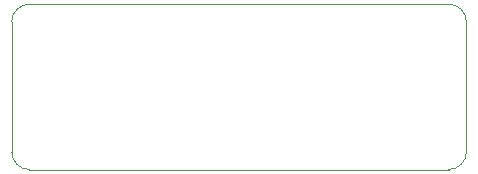
<source format=gbr>
%TF.GenerationSoftware,KiCad,Pcbnew,7.0.11-7.0.11~ubuntu22.04.1*%
%TF.CreationDate,2024-03-26T17:41:42+01:00*%
%TF.ProjectId,laserreceiver,6c617365-7272-4656-9365-697665722e6b,rev?*%
%TF.SameCoordinates,Original*%
%TF.FileFunction,Profile,NP*%
%FSLAX46Y46*%
G04 Gerber Fmt 4.6, Leading zero omitted, Abs format (unit mm)*
G04 Created by KiCad (PCBNEW 7.0.11-7.0.11~ubuntu22.04.1) date 2024-03-26 17:41:42*
%MOMM*%
%LPD*%
G01*
G04 APERTURE LIST*
%TA.AperFunction,Profile*%
%ADD10C,0.050000*%
%TD*%
G04 APERTURE END LIST*
D10*
X168000000Y-89000000D02*
G75*
G03*
X166500000Y-87500000I-1500001J-1D01*
G01*
X166500000Y-87500000D02*
X131000000Y-87500000D01*
X166500000Y-101500000D02*
G75*
G03*
X168000000Y-100000000I-1J1500001D01*
G01*
X131000000Y-87500000D02*
G75*
G03*
X129500000Y-89000000I1J-1500001D01*
G01*
X131000000Y-101500000D02*
X166500000Y-101500000D01*
X168000000Y-100000000D02*
X168000000Y-89000000D01*
X129500000Y-89000000D02*
X129500000Y-100000000D01*
X129500000Y-100000000D02*
G75*
G03*
X131000000Y-101500000I1500001J1D01*
G01*
M02*

</source>
